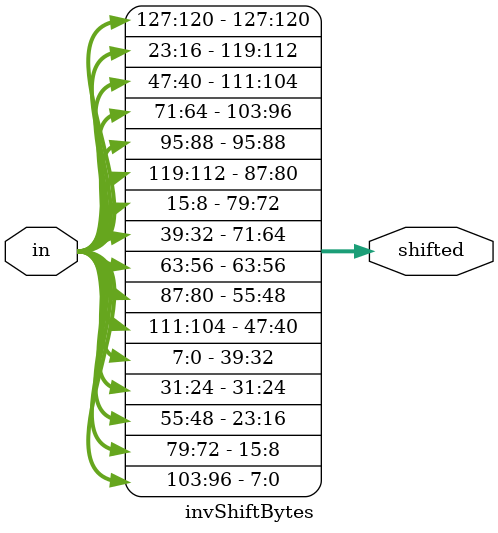
<source format=v>
module invShiftBytes (in,shifted);
input [127:0] in;
output [127:0] shifted;
  
assign shifted  [127:120]= in[127:120];
assign shifted  [95:88]= in[95:88];
assign shifted  [63:56]= in[63:56];
assign shifted  [31:24]= in[31:24];
     
assign shifted  [119:112]= in[23:16];
assign shifted  [87:80]= in[119:112];
assign shifted  [55:48]= in[87:80];
assign shifted  [23:16]= in[55:48];
      
assign shifted  [111:104]= in[47:40];
assign shifted  [79:72]= in[15:8];
assign shifted  [47:40]= in[111:104];
assign shifted  [15:8]= in[79:72];
      
assign shifted  [103:96]= in[71:64];
assign shifted  [71:64]= in[39:32];
assign shifted  [39:32]= in[7:0];
assign shifted  [7:0]= in[103:96];
  
endmodule
</source>
